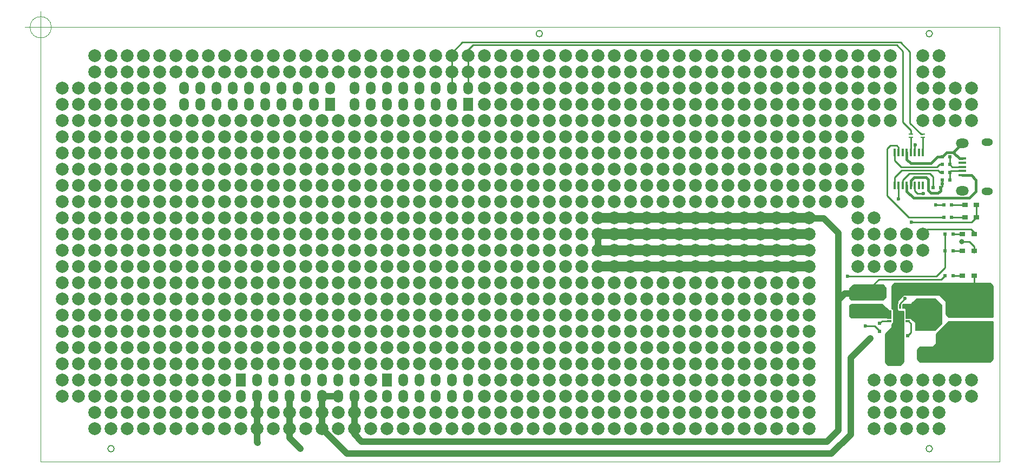
<source format=gtl>
G04 #@! TF.FileFunction,Copper,L1,Top,Signal*
%FSLAX46Y46*%
G04 Gerber Fmt 4.6, Leading zero omitted, Abs format (unit mm)*
G04 Created by KiCad (PCBNEW 4.0.2-stable) date Domenica 28 Maggio 2017 18:35:47*
%MOMM*%
G01*
G04 APERTURE LIST*
%ADD10C,0.100000*%
%ADD11C,0.150000*%
%ADD12C,2.000000*%
%ADD13R,1.700000X1.600000*%
%ADD14R,0.600000X0.500000*%
%ADD15R,0.500000X0.600000*%
%ADD16R,1.300000X0.450000*%
%ADD17O,2.000000X1.450000*%
%ADD18O,1.800000X1.150000*%
%ADD19R,2.700000X2.200000*%
%ADD20O,2.700000X2.200000*%
%ADD21R,0.900000X0.800000*%
%ADD22R,0.900000X1.700000*%
%ADD23R,1.700000X0.900000*%
%ADD24O,1.524000X2.000000*%
%ADD25R,1.524000X2.000000*%
%ADD26R,0.400000X1.200000*%
%ADD27R,1.800000X1.300000*%
%ADD28R,0.750000X0.250000*%
%ADD29R,0.750000X0.300000*%
%ADD30R,0.300000X0.750000*%
%ADD31R,1.700000X1.700000*%
%ADD32C,0.500000*%
%ADD33C,0.800000*%
%ADD34C,0.600000*%
%ADD35C,1.000000*%
%ADD36C,1.000000*%
%ADD37C,1.500000*%
%ADD38C,0.250000*%
%ADD39C,0.400000*%
%ADD40C,0.254000*%
G04 APERTURE END LIST*
D10*
X51666666Y-54000000D02*
G75*
G03X51666666Y-54000000I-1666666J0D01*
G01*
X47500000Y-54000000D02*
X52500000Y-54000000D01*
X50000000Y-51500000D02*
X50000000Y-56500000D01*
X50000000Y-54000000D02*
X200000000Y-54000000D01*
X50000000Y-122000000D02*
X50000000Y-54000000D01*
X200000000Y-122000000D02*
X50000000Y-122000000D01*
X200000000Y-54000000D02*
X200000000Y-122000000D01*
D11*
X61500000Y-120000000D02*
G75*
G03X61500000Y-120000000I-500000J0D01*
G01*
X128500000Y-55000000D02*
G75*
G03X128500000Y-55000000I-500000J0D01*
G01*
X189500000Y-120000000D02*
G75*
G03X189500000Y-120000000I-500000J0D01*
G01*
X189500000Y-55000000D02*
G75*
G03X189500000Y-55000000I-500000J0D01*
G01*
D12*
X53340000Y-106680000D03*
X53340000Y-104140000D03*
X53340000Y-101600000D03*
X53340000Y-111760000D03*
X53340000Y-109220000D03*
X53340000Y-99060000D03*
X53340000Y-93980000D03*
X53340000Y-96520000D03*
X55880000Y-104140000D03*
X55880000Y-106680000D03*
X55880000Y-93980000D03*
X55880000Y-99060000D03*
X55880000Y-96520000D03*
X55880000Y-101600000D03*
X55880000Y-109220000D03*
X55880000Y-111760000D03*
X53340000Y-88900000D03*
X53340000Y-91440000D03*
X53340000Y-81280000D03*
X53340000Y-78740000D03*
X53340000Y-76200000D03*
X53340000Y-86360000D03*
X53340000Y-83820000D03*
X53340000Y-73660000D03*
X53340000Y-68580000D03*
X53340000Y-71120000D03*
X55880000Y-78740000D03*
X55880000Y-81280000D03*
X55880000Y-68580000D03*
X55880000Y-73660000D03*
X55880000Y-71120000D03*
X55880000Y-76200000D03*
X55880000Y-88900000D03*
X55880000Y-83820000D03*
X55880000Y-86360000D03*
X55880000Y-91440000D03*
X53340000Y-66040000D03*
X55880000Y-66040000D03*
X63500000Y-66040000D03*
X60960000Y-60960000D03*
X58420000Y-63500000D03*
X63500000Y-60960000D03*
X60960000Y-63500000D03*
X63500000Y-63500000D03*
X53340000Y-63500000D03*
X55880000Y-63500000D03*
X58420000Y-58420000D03*
X58420000Y-60960000D03*
X58420000Y-66040000D03*
X60960000Y-66040000D03*
X63500000Y-58420000D03*
X60960000Y-58420000D03*
X68580000Y-63500000D03*
X68580000Y-60960000D03*
X68580000Y-66040000D03*
X66040000Y-66040000D03*
X66040000Y-63500000D03*
X68580000Y-58420000D03*
X66040000Y-60960000D03*
X66040000Y-58420000D03*
X68580000Y-68580000D03*
X60960000Y-68580000D03*
X63500000Y-68580000D03*
X66040000Y-68580000D03*
X60960000Y-78740000D03*
X63500000Y-76200000D03*
X63500000Y-78740000D03*
X66040000Y-76200000D03*
X58420000Y-78740000D03*
X58420000Y-73660000D03*
X58420000Y-76200000D03*
X58420000Y-68580000D03*
X58420000Y-71120000D03*
X60960000Y-71120000D03*
X63500000Y-71120000D03*
X66040000Y-71120000D03*
X66040000Y-73660000D03*
X63500000Y-73660000D03*
X68580000Y-76200000D03*
X68580000Y-73660000D03*
X68580000Y-71120000D03*
X68580000Y-78740000D03*
X66040000Y-81280000D03*
X66040000Y-78740000D03*
X60960000Y-76200000D03*
X60960000Y-73660000D03*
X58420000Y-83820000D03*
X60960000Y-83820000D03*
X68580000Y-81280000D03*
X68580000Y-83820000D03*
X60960000Y-81280000D03*
X58420000Y-81280000D03*
X63500000Y-81280000D03*
X66040000Y-83820000D03*
X63500000Y-83820000D03*
X60960000Y-86360000D03*
X58420000Y-86360000D03*
X58420000Y-88900000D03*
X58420000Y-91440000D03*
X60960000Y-91440000D03*
X63500000Y-86360000D03*
X60960000Y-88900000D03*
X63500000Y-88900000D03*
X63500000Y-91440000D03*
X66040000Y-86360000D03*
X68580000Y-88900000D03*
X66040000Y-91440000D03*
X66040000Y-88900000D03*
X68580000Y-86360000D03*
X68580000Y-91440000D03*
X68580000Y-93980000D03*
X60960000Y-93980000D03*
X63500000Y-93980000D03*
X66040000Y-93980000D03*
X60960000Y-104140000D03*
X63500000Y-101600000D03*
X63500000Y-104140000D03*
X66040000Y-101600000D03*
X58420000Y-104140000D03*
X58420000Y-99060000D03*
X58420000Y-101600000D03*
X58420000Y-93980000D03*
X58420000Y-96520000D03*
X60960000Y-96520000D03*
X63500000Y-96520000D03*
X66040000Y-96520000D03*
X66040000Y-99060000D03*
X63500000Y-99060000D03*
X68580000Y-101600000D03*
X68580000Y-99060000D03*
X68580000Y-96520000D03*
X68580000Y-104140000D03*
X66040000Y-106680000D03*
X66040000Y-104140000D03*
X60960000Y-101600000D03*
X60960000Y-99060000D03*
X58420000Y-109220000D03*
X60960000Y-109220000D03*
X68580000Y-106680000D03*
X68580000Y-109220000D03*
X60960000Y-106680000D03*
X58420000Y-106680000D03*
X63500000Y-106680000D03*
X66040000Y-109220000D03*
X63500000Y-109220000D03*
X60960000Y-111760000D03*
X58420000Y-111760000D03*
X58420000Y-114300000D03*
X58420000Y-116840000D03*
X60960000Y-116840000D03*
X63500000Y-111760000D03*
X60960000Y-114300000D03*
X63500000Y-114300000D03*
X63500000Y-116840000D03*
X66040000Y-111760000D03*
X68580000Y-114300000D03*
X66040000Y-116840000D03*
X66040000Y-114300000D03*
X68580000Y-111760000D03*
X68580000Y-116840000D03*
X180340000Y-91440000D03*
X182880000Y-91440000D03*
X185420000Y-91440000D03*
X177800000Y-91440000D03*
X193040000Y-63500000D03*
X195580000Y-68580000D03*
X193040000Y-66040000D03*
X195580000Y-66040000D03*
X193040000Y-68580000D03*
X195580000Y-63500000D03*
X187960000Y-58420000D03*
X190500000Y-58420000D03*
X187960000Y-60960000D03*
X190500000Y-60960000D03*
X187960000Y-63500000D03*
X190500000Y-68580000D03*
X187960000Y-66040000D03*
X190500000Y-66040000D03*
X187960000Y-68580000D03*
X190500000Y-63500000D03*
X180340000Y-60960000D03*
X180340000Y-63500000D03*
X182880000Y-63500000D03*
X182880000Y-58420000D03*
X180340000Y-58420000D03*
X182880000Y-60960000D03*
X180340000Y-66040000D03*
X182880000Y-68580000D03*
X182880000Y-66040000D03*
X180340000Y-68580000D03*
X172720000Y-58420000D03*
X172720000Y-60960000D03*
X177800000Y-58420000D03*
X175260000Y-60960000D03*
X177800000Y-60960000D03*
X175260000Y-58420000D03*
X175260000Y-63500000D03*
X172720000Y-63500000D03*
X177800000Y-63500000D03*
X175260000Y-66040000D03*
X177800000Y-68580000D03*
X175260000Y-68580000D03*
X177800000Y-66040000D03*
X172720000Y-66040000D03*
X177800000Y-71120000D03*
X172720000Y-71120000D03*
X172720000Y-68580000D03*
X175260000Y-71120000D03*
X177800000Y-73660000D03*
X175260000Y-76200000D03*
X172720000Y-76200000D03*
X172720000Y-73660000D03*
X175260000Y-73660000D03*
X177800000Y-76200000D03*
X177800000Y-78740000D03*
X175260000Y-78740000D03*
X172720000Y-78740000D03*
X177800000Y-81280000D03*
X185420000Y-86360000D03*
X185420000Y-88900000D03*
X177800000Y-86360000D03*
X175260000Y-81280000D03*
X182880000Y-88900000D03*
X180340000Y-83820000D03*
X180340000Y-86360000D03*
X177800000Y-88900000D03*
X177800000Y-83820000D03*
X180340000Y-88900000D03*
X182880000Y-86360000D03*
X172720000Y-81280000D03*
X190500000Y-114300000D03*
X187960000Y-116840000D03*
X190500000Y-116840000D03*
X185420000Y-116840000D03*
X182880000Y-114300000D03*
X182880000Y-109220000D03*
X180340000Y-116840000D03*
X180340000Y-114300000D03*
X180340000Y-111760000D03*
X182880000Y-116840000D03*
X180340000Y-109220000D03*
X182880000Y-111760000D03*
X185420000Y-114300000D03*
X187960000Y-111760000D03*
X185420000Y-111760000D03*
X190500000Y-111760000D03*
X187960000Y-114300000D03*
X185420000Y-109220000D03*
X187960000Y-109220000D03*
X190500000Y-109220000D03*
X195580000Y-111760000D03*
X193040000Y-111760000D03*
X195580000Y-109220000D03*
X193040000Y-109220000D03*
X132080000Y-109220000D03*
X127000000Y-114300000D03*
X127000000Y-111760000D03*
X127000000Y-109220000D03*
X129540000Y-109220000D03*
X134620000Y-116840000D03*
X127000000Y-116840000D03*
X134620000Y-114300000D03*
X134620000Y-111760000D03*
X134620000Y-109220000D03*
X121920000Y-116840000D03*
X119380000Y-116840000D03*
X124460000Y-116840000D03*
X124460000Y-114300000D03*
X119380000Y-114300000D03*
X121920000Y-114300000D03*
X132080000Y-111760000D03*
X129540000Y-111760000D03*
X129540000Y-116840000D03*
X132080000Y-114300000D03*
X132080000Y-116840000D03*
X129540000Y-114300000D03*
X162560000Y-109220000D03*
X162560000Y-111760000D03*
X165100000Y-109220000D03*
X165100000Y-111760000D03*
X157480000Y-109220000D03*
X160020000Y-109220000D03*
X154940000Y-109220000D03*
X157480000Y-116840000D03*
X157480000Y-111760000D03*
X152400000Y-116840000D03*
X152400000Y-114300000D03*
X154940000Y-111760000D03*
X154940000Y-114300000D03*
X154940000Y-116840000D03*
X157480000Y-114300000D03*
X165100000Y-116840000D03*
X165100000Y-114300000D03*
X160020000Y-111760000D03*
X162560000Y-114300000D03*
X162560000Y-116840000D03*
X160020000Y-114300000D03*
X160020000Y-116840000D03*
X149860000Y-116840000D03*
X147320000Y-116840000D03*
X149860000Y-114300000D03*
X144780000Y-114300000D03*
X144780000Y-116840000D03*
X147320000Y-114300000D03*
X147320000Y-111760000D03*
X142240000Y-116840000D03*
X142240000Y-114300000D03*
X142240000Y-111760000D03*
X144780000Y-111760000D03*
X139700000Y-116840000D03*
X137160000Y-111760000D03*
X137160000Y-114300000D03*
X137160000Y-116840000D03*
X139700000Y-111760000D03*
X139700000Y-114300000D03*
X149860000Y-111760000D03*
X152400000Y-111760000D03*
X152400000Y-109220000D03*
X149860000Y-109220000D03*
X137160000Y-109220000D03*
X147320000Y-109220000D03*
X139700000Y-109220000D03*
X142240000Y-109220000D03*
X144780000Y-109220000D03*
X119380000Y-109220000D03*
X119380000Y-111760000D03*
X121920000Y-111760000D03*
X124460000Y-111760000D03*
X124460000Y-109220000D03*
X121920000Y-109220000D03*
X167640000Y-116840000D03*
X170180000Y-111760000D03*
X170180000Y-114300000D03*
X170180000Y-116840000D03*
X167640000Y-111760000D03*
X167640000Y-114300000D03*
X167640000Y-109220000D03*
X170180000Y-109220000D03*
X132080000Y-66040000D03*
X160020000Y-60960000D03*
X160020000Y-63500000D03*
X162560000Y-60960000D03*
X162560000Y-63500000D03*
X160020000Y-58420000D03*
X154940000Y-66040000D03*
X152400000Y-66040000D03*
X152400000Y-63500000D03*
X154940000Y-63500000D03*
X157480000Y-63500000D03*
X157480000Y-60960000D03*
X157480000Y-58420000D03*
X152400000Y-60960000D03*
X152400000Y-58420000D03*
X154940000Y-58420000D03*
X154940000Y-60960000D03*
X165100000Y-66040000D03*
X165100000Y-63500000D03*
X165100000Y-60960000D03*
X165100000Y-58420000D03*
X162560000Y-58420000D03*
X162560000Y-66040000D03*
X160020000Y-66040000D03*
X157480000Y-66040000D03*
X147320000Y-66040000D03*
X149860000Y-66040000D03*
X142240000Y-66040000D03*
X144780000Y-66040000D03*
X142240000Y-63500000D03*
X142240000Y-60960000D03*
X142240000Y-58420000D03*
X144780000Y-58420000D03*
X144780000Y-60960000D03*
X144780000Y-63500000D03*
X137160000Y-66040000D03*
X139700000Y-66040000D03*
X139700000Y-63500000D03*
X139700000Y-58420000D03*
X137160000Y-58420000D03*
X137160000Y-60960000D03*
X137160000Y-63500000D03*
X139700000Y-60960000D03*
X149860000Y-63500000D03*
X149860000Y-58420000D03*
X147320000Y-58420000D03*
X147320000Y-60960000D03*
X147320000Y-63500000D03*
X149860000Y-60960000D03*
X134620000Y-66040000D03*
X121920000Y-60960000D03*
X119380000Y-58420000D03*
X119380000Y-60960000D03*
X124460000Y-60960000D03*
X124460000Y-58420000D03*
X121920000Y-58420000D03*
X121920000Y-66040000D03*
X119380000Y-63500000D03*
X119380000Y-66040000D03*
X124460000Y-66040000D03*
X124460000Y-63500000D03*
X121920000Y-63500000D03*
X134620000Y-63500000D03*
X134620000Y-58420000D03*
X132080000Y-58420000D03*
X132080000Y-60960000D03*
X132080000Y-63500000D03*
X134620000Y-60960000D03*
X127000000Y-66040000D03*
X129540000Y-63500000D03*
X129540000Y-66040000D03*
X127000000Y-63500000D03*
X127000000Y-60960000D03*
X127000000Y-58420000D03*
X129540000Y-58420000D03*
X129540000Y-60960000D03*
X167640000Y-63500000D03*
X167640000Y-58420000D03*
X170180000Y-58420000D03*
X170180000Y-60960000D03*
X170180000Y-63500000D03*
X167640000Y-60960000D03*
X167640000Y-66040000D03*
X170180000Y-66040000D03*
X101600000Y-111760000D03*
X101600000Y-109220000D03*
D13*
X188400000Y-105100000D03*
X188400000Y-100700000D03*
D12*
X116840000Y-106680000D03*
X116840000Y-104140000D03*
X116840000Y-101600000D03*
X116840000Y-99060000D03*
X116840000Y-96520000D03*
X116840000Y-93980000D03*
X116840000Y-91440000D03*
X116840000Y-88900000D03*
X116840000Y-86360000D03*
X116840000Y-83820000D03*
X116840000Y-81280000D03*
X116840000Y-78740000D03*
X116840000Y-76200000D03*
X116840000Y-73660000D03*
X116840000Y-71120000D03*
X116840000Y-68580000D03*
D14*
X192700000Y-92900000D03*
X191500000Y-92900000D03*
X191300000Y-83800000D03*
X192500000Y-83800000D03*
X192500000Y-81800000D03*
X191300000Y-81800000D03*
D15*
X181200000Y-101600000D03*
X181200000Y-100400000D03*
D14*
X191500000Y-86400000D03*
X192700000Y-86400000D03*
X192700000Y-89000000D03*
X191500000Y-89000000D03*
X191000000Y-75500000D03*
X192200000Y-75500000D03*
X192200000Y-76700000D03*
X191000000Y-76700000D03*
D16*
X194150000Y-75870000D03*
X194150000Y-76520000D03*
X194150000Y-75220000D03*
X194150000Y-74570000D03*
X194150000Y-77170000D03*
D17*
X194200000Y-72145000D03*
X194200000Y-79595000D03*
D18*
X198025000Y-79745000D03*
X198025000Y-71995000D03*
D19*
X194310000Y-101525000D03*
D20*
X194310000Y-97715000D03*
D21*
X196400000Y-83800000D03*
X194600000Y-83800000D03*
X196400000Y-81800000D03*
X194600000Y-81800000D03*
X194200000Y-92900000D03*
X196000000Y-92900000D03*
X194200000Y-86400000D03*
X196000000Y-86400000D03*
X194200000Y-89000000D03*
X196000000Y-89000000D03*
D22*
X181100000Y-95600000D03*
X184000000Y-95600000D03*
D14*
X189600000Y-79100000D03*
X190800000Y-79100000D03*
X185600000Y-102300000D03*
X184400000Y-102300000D03*
X192200000Y-74300000D03*
X191000000Y-74300000D03*
D23*
X188200000Y-98200000D03*
X188200000Y-95300000D03*
D14*
X192200000Y-77900000D03*
X191000000Y-77900000D03*
D24*
X116840000Y-111760000D03*
X116840000Y-109220000D03*
X114300000Y-111760000D03*
X114300000Y-109220000D03*
X111760000Y-111760000D03*
X111760000Y-109220000D03*
X109220000Y-111760000D03*
X109220000Y-109220000D03*
X106680000Y-111760000D03*
X106680000Y-109220000D03*
X104140000Y-111760000D03*
D25*
X104140000Y-109220000D03*
D24*
X99060000Y-111760000D03*
X99060000Y-109220000D03*
X96520000Y-111760000D03*
X96520000Y-109220000D03*
X93980000Y-111760000D03*
X93980000Y-109220000D03*
X91440000Y-111760000D03*
X91440000Y-109220000D03*
X88900000Y-111760000D03*
X88900000Y-109220000D03*
X86360000Y-111760000D03*
X86360000Y-109220000D03*
X83820000Y-111760000D03*
X83820000Y-109220000D03*
X81280000Y-111760000D03*
D25*
X81280000Y-109220000D03*
D24*
X116840000Y-63500000D03*
D25*
X116840000Y-66040000D03*
D24*
X114300000Y-63500000D03*
X114300000Y-66040000D03*
X111760000Y-63500000D03*
X111760000Y-66040000D03*
X109220000Y-63500000D03*
X109220000Y-66040000D03*
X106680000Y-63500000D03*
X106680000Y-66040000D03*
X104140000Y-63500000D03*
X104140000Y-66040000D03*
X101600000Y-63500000D03*
X101600000Y-66040000D03*
X99060000Y-63500000D03*
X99060000Y-66040000D03*
D25*
X95250000Y-66040000D03*
D24*
X95250000Y-63500000D03*
X92710000Y-66040000D03*
X92710000Y-63500000D03*
X90170000Y-66040000D03*
X90170000Y-63500000D03*
X87630000Y-66040000D03*
X87630000Y-63500000D03*
X85090000Y-66040000D03*
X85090000Y-63500000D03*
X82550000Y-66040000D03*
X82550000Y-63500000D03*
X80010000Y-66040000D03*
X80010000Y-63500000D03*
X77470000Y-66040000D03*
X77470000Y-63500000D03*
X74930000Y-66040000D03*
X74930000Y-63500000D03*
X72390000Y-66040000D03*
X72390000Y-63500000D03*
D12*
X114300000Y-68580000D03*
X114300000Y-71120000D03*
X114300000Y-73660000D03*
X114300000Y-76200000D03*
X114300000Y-78740000D03*
X114300000Y-81280000D03*
X114300000Y-83820000D03*
X114300000Y-86360000D03*
X114300000Y-88900000D03*
X114300000Y-91440000D03*
X114300000Y-93980000D03*
X114300000Y-96520000D03*
X114300000Y-99060000D03*
X114300000Y-101600000D03*
X114300000Y-104140000D03*
X114300000Y-106680000D03*
X109220000Y-106680000D03*
X109220000Y-104140000D03*
X109220000Y-101600000D03*
X109220000Y-99060000D03*
X109220000Y-96520000D03*
X109220000Y-93980000D03*
X109220000Y-91440000D03*
X109220000Y-88900000D03*
X109220000Y-86360000D03*
X109220000Y-83820000D03*
X109220000Y-81280000D03*
X109220000Y-78740000D03*
X109220000Y-76200000D03*
X109220000Y-73660000D03*
X109220000Y-71120000D03*
X109220000Y-68580000D03*
X111760000Y-68580000D03*
X111760000Y-71120000D03*
X111760000Y-73660000D03*
X111760000Y-76200000D03*
X111760000Y-78740000D03*
X111760000Y-81280000D03*
X111760000Y-83820000D03*
X111760000Y-86360000D03*
X111760000Y-88900000D03*
X111760000Y-91440000D03*
X111760000Y-93980000D03*
X111760000Y-96520000D03*
X111760000Y-99060000D03*
X111760000Y-101600000D03*
X111760000Y-104140000D03*
X111760000Y-106680000D03*
X101600000Y-106680000D03*
X101600000Y-104140000D03*
X101600000Y-101600000D03*
X101600000Y-99060000D03*
X101600000Y-96520000D03*
X101600000Y-93980000D03*
X101600000Y-91440000D03*
X101600000Y-88900000D03*
X101600000Y-86360000D03*
X101600000Y-83820000D03*
X101600000Y-81280000D03*
X101600000Y-78740000D03*
X101600000Y-76200000D03*
X101600000Y-73660000D03*
X101600000Y-71120000D03*
X101600000Y-68580000D03*
X99060000Y-68580000D03*
X99060000Y-71120000D03*
X99060000Y-73660000D03*
X99060000Y-76200000D03*
X99060000Y-78740000D03*
X99060000Y-81280000D03*
X99060000Y-83820000D03*
X99060000Y-86360000D03*
X99060000Y-88900000D03*
X99060000Y-91440000D03*
X99060000Y-93980000D03*
X99060000Y-96520000D03*
X99060000Y-99060000D03*
X99060000Y-101600000D03*
X99060000Y-104140000D03*
X99060000Y-106680000D03*
X104140000Y-106680000D03*
X104140000Y-104140000D03*
X104140000Y-101600000D03*
X104140000Y-99060000D03*
X104140000Y-96520000D03*
X104140000Y-93980000D03*
X104140000Y-91440000D03*
X104140000Y-88900000D03*
X104140000Y-86360000D03*
X104140000Y-83820000D03*
X104140000Y-81280000D03*
X104140000Y-78740000D03*
X104140000Y-76200000D03*
X104140000Y-73660000D03*
X104140000Y-71120000D03*
X104140000Y-68580000D03*
X106680000Y-68580000D03*
X106680000Y-71120000D03*
X106680000Y-73660000D03*
X106680000Y-76200000D03*
X106680000Y-78740000D03*
X106680000Y-81280000D03*
X106680000Y-83820000D03*
X106680000Y-86360000D03*
X106680000Y-88900000D03*
X106680000Y-91440000D03*
X106680000Y-93980000D03*
X106680000Y-96520000D03*
X106680000Y-99060000D03*
X106680000Y-101600000D03*
X106680000Y-104140000D03*
X106680000Y-106680000D03*
X86360000Y-106680000D03*
X86360000Y-104140000D03*
X86360000Y-101600000D03*
X86360000Y-99060000D03*
X86360000Y-96520000D03*
X86360000Y-93980000D03*
X86360000Y-91440000D03*
X86360000Y-88900000D03*
X86360000Y-86360000D03*
X86360000Y-83820000D03*
X86360000Y-81280000D03*
X86360000Y-78740000D03*
X86360000Y-76200000D03*
X86360000Y-73660000D03*
X86360000Y-71120000D03*
X86360000Y-68580000D03*
X83820000Y-68580000D03*
X83820000Y-71120000D03*
X83820000Y-73660000D03*
X83820000Y-76200000D03*
X83820000Y-78740000D03*
X83820000Y-81280000D03*
X83820000Y-83820000D03*
X83820000Y-86360000D03*
X83820000Y-88900000D03*
X83820000Y-91440000D03*
X83820000Y-93980000D03*
X83820000Y-96520000D03*
X83820000Y-99060000D03*
X83820000Y-101600000D03*
X83820000Y-104140000D03*
X83820000Y-106680000D03*
X78740000Y-106680000D03*
X78740000Y-104140000D03*
X78740000Y-101600000D03*
X78740000Y-99060000D03*
X78740000Y-96520000D03*
X78740000Y-93980000D03*
X78740000Y-91440000D03*
X78740000Y-88900000D03*
X78740000Y-86360000D03*
X78740000Y-83820000D03*
X78740000Y-81280000D03*
X78740000Y-78740000D03*
X78740000Y-76200000D03*
X78740000Y-73660000D03*
X78740000Y-71120000D03*
X78740000Y-68580000D03*
X81280000Y-68580000D03*
X81280000Y-71120000D03*
X81280000Y-73660000D03*
X81280000Y-76200000D03*
X81280000Y-78740000D03*
X81280000Y-81280000D03*
X81280000Y-83820000D03*
X81280000Y-86360000D03*
X81280000Y-88900000D03*
X81280000Y-91440000D03*
X81280000Y-93980000D03*
X81280000Y-96520000D03*
X81280000Y-99060000D03*
X81280000Y-101600000D03*
X81280000Y-104140000D03*
X81280000Y-106680000D03*
X91440000Y-106680000D03*
X91440000Y-104140000D03*
X91440000Y-101600000D03*
X91440000Y-99060000D03*
X91440000Y-96520000D03*
X91440000Y-93980000D03*
X91440000Y-91440000D03*
X91440000Y-88900000D03*
X91440000Y-86360000D03*
X91440000Y-83820000D03*
X91440000Y-81280000D03*
X91440000Y-78740000D03*
X91440000Y-76200000D03*
X91440000Y-73660000D03*
X91440000Y-71120000D03*
X91440000Y-68580000D03*
X88900000Y-68580000D03*
X88900000Y-71120000D03*
X88900000Y-73660000D03*
X88900000Y-76200000D03*
X88900000Y-78740000D03*
X88900000Y-81280000D03*
X88900000Y-83820000D03*
X88900000Y-86360000D03*
X88900000Y-88900000D03*
X88900000Y-91440000D03*
X88900000Y-93980000D03*
X88900000Y-96520000D03*
X88900000Y-99060000D03*
X88900000Y-101600000D03*
X88900000Y-104140000D03*
X88900000Y-106680000D03*
X93980000Y-106680000D03*
X93980000Y-104140000D03*
X93980000Y-101600000D03*
X93980000Y-99060000D03*
X93980000Y-96520000D03*
X93980000Y-93980000D03*
X93980000Y-91440000D03*
X93980000Y-88900000D03*
X93980000Y-86360000D03*
X93980000Y-83820000D03*
X93980000Y-81280000D03*
X93980000Y-78740000D03*
X93980000Y-76200000D03*
X93980000Y-73660000D03*
X93980000Y-71120000D03*
X93980000Y-68580000D03*
X96520000Y-68580000D03*
X96520000Y-71120000D03*
X96520000Y-73660000D03*
X96520000Y-76200000D03*
X96520000Y-78740000D03*
X96520000Y-81280000D03*
X96520000Y-83820000D03*
X96520000Y-86360000D03*
X96520000Y-88900000D03*
X96520000Y-91440000D03*
X96520000Y-93980000D03*
X96520000Y-96520000D03*
X96520000Y-99060000D03*
X96520000Y-101600000D03*
X96520000Y-104140000D03*
X96520000Y-106680000D03*
X73660000Y-106680000D03*
X73660000Y-104140000D03*
X73660000Y-101600000D03*
X73660000Y-99060000D03*
X73660000Y-96520000D03*
X73660000Y-93980000D03*
X73660000Y-91440000D03*
X73660000Y-88900000D03*
X73660000Y-86360000D03*
X73660000Y-83820000D03*
X73660000Y-81280000D03*
X73660000Y-78740000D03*
X73660000Y-76200000D03*
X73660000Y-73660000D03*
X73660000Y-71120000D03*
X73660000Y-68580000D03*
X71120000Y-68580000D03*
X71120000Y-71120000D03*
X71120000Y-73660000D03*
X71120000Y-76200000D03*
X71120000Y-78740000D03*
X71120000Y-81280000D03*
X71120000Y-83820000D03*
X71120000Y-86360000D03*
X71120000Y-88900000D03*
X71120000Y-91440000D03*
X71120000Y-93980000D03*
X71120000Y-96520000D03*
X71120000Y-99060000D03*
X71120000Y-101600000D03*
X71120000Y-104140000D03*
X71120000Y-106680000D03*
X76200000Y-106680000D03*
X76200000Y-104140000D03*
X76200000Y-101600000D03*
X76200000Y-99060000D03*
X76200000Y-96520000D03*
X76200000Y-93980000D03*
X76200000Y-91440000D03*
X76200000Y-88900000D03*
X76200000Y-86360000D03*
X76200000Y-83820000D03*
X76200000Y-81280000D03*
X76200000Y-78740000D03*
X76200000Y-76200000D03*
X76200000Y-73660000D03*
X76200000Y-71120000D03*
X76200000Y-68580000D03*
X76200000Y-109220000D03*
X76200000Y-111760000D03*
X76200000Y-114300000D03*
X76200000Y-116840000D03*
X71120000Y-116840000D03*
X71120000Y-114300000D03*
X71120000Y-111760000D03*
X71120000Y-109220000D03*
X73660000Y-109220000D03*
X73660000Y-111760000D03*
X73660000Y-114300000D03*
X73660000Y-116840000D03*
X78740000Y-109220000D03*
X78740000Y-111760000D03*
X78740000Y-114300000D03*
X78740000Y-116840000D03*
X96520000Y-116840000D03*
X96520000Y-114300000D03*
X93980000Y-114300000D03*
X93980000Y-116840000D03*
X88900000Y-116840000D03*
X88900000Y-114300000D03*
X91440000Y-114300000D03*
X91440000Y-116840000D03*
X81280000Y-116840000D03*
X81280000Y-114300000D03*
X83820000Y-116840000D03*
X83820000Y-114300000D03*
X86360000Y-114300000D03*
X86360000Y-116840000D03*
X106680000Y-116840000D03*
X106680000Y-114300000D03*
X104140000Y-114300000D03*
X104140000Y-116840000D03*
X99060000Y-116840000D03*
X99060000Y-114300000D03*
X101600000Y-114300000D03*
X101600000Y-116840000D03*
X111760000Y-116840000D03*
X111760000Y-114300000D03*
X109220000Y-114300000D03*
X109220000Y-116840000D03*
X114300000Y-116840000D03*
X114300000Y-114300000D03*
X116840000Y-114300000D03*
X116840000Y-116840000D03*
X124460000Y-68580000D03*
X124460000Y-71120000D03*
X124460000Y-73660000D03*
X124460000Y-76200000D03*
X124460000Y-78740000D03*
X124460000Y-81280000D03*
X124460000Y-83820000D03*
X124460000Y-86360000D03*
X124460000Y-88900000D03*
X124460000Y-91440000D03*
X124460000Y-93980000D03*
X124460000Y-96520000D03*
X124460000Y-99060000D03*
X124460000Y-101600000D03*
X124460000Y-104140000D03*
X124460000Y-106680000D03*
X119380000Y-106680000D03*
X119380000Y-104140000D03*
X119380000Y-101600000D03*
X119380000Y-99060000D03*
X119380000Y-96520000D03*
X119380000Y-93980000D03*
X119380000Y-91440000D03*
X119380000Y-88900000D03*
X119380000Y-86360000D03*
X119380000Y-83820000D03*
X119380000Y-81280000D03*
X119380000Y-78740000D03*
X119380000Y-76200000D03*
X119380000Y-73660000D03*
X119380000Y-71120000D03*
X119380000Y-68580000D03*
X121920000Y-68580000D03*
X121920000Y-71120000D03*
X121920000Y-73660000D03*
X121920000Y-76200000D03*
X121920000Y-78740000D03*
X121920000Y-81280000D03*
X121920000Y-83820000D03*
X121920000Y-86360000D03*
X121920000Y-88900000D03*
X121920000Y-91440000D03*
X121920000Y-93980000D03*
X121920000Y-96520000D03*
X121920000Y-99060000D03*
X121920000Y-101600000D03*
X121920000Y-104140000D03*
X121920000Y-106680000D03*
X144780000Y-106680000D03*
X144780000Y-104140000D03*
X144780000Y-101600000D03*
X144780000Y-99060000D03*
X144780000Y-96520000D03*
X144780000Y-93980000D03*
X144780000Y-91440000D03*
X144780000Y-88900000D03*
X144780000Y-86360000D03*
X144780000Y-83820000D03*
X144780000Y-81280000D03*
X144780000Y-78740000D03*
X144780000Y-76200000D03*
X144780000Y-73660000D03*
X144780000Y-71120000D03*
X144780000Y-68580000D03*
X142240000Y-68580000D03*
X142240000Y-71120000D03*
X142240000Y-73660000D03*
X142240000Y-76200000D03*
X142240000Y-78740000D03*
X142240000Y-81280000D03*
X142240000Y-83820000D03*
X142240000Y-86360000D03*
X142240000Y-88900000D03*
X142240000Y-91440000D03*
X142240000Y-93980000D03*
X142240000Y-96520000D03*
X142240000Y-99060000D03*
X142240000Y-101600000D03*
X142240000Y-104140000D03*
X142240000Y-106680000D03*
X137160000Y-106680000D03*
X137160000Y-104140000D03*
X137160000Y-101600000D03*
X137160000Y-99060000D03*
X137160000Y-96520000D03*
X137160000Y-93980000D03*
X137160000Y-91440000D03*
X137160000Y-88900000D03*
X137160000Y-86360000D03*
X137160000Y-83820000D03*
X137160000Y-81280000D03*
X137160000Y-78740000D03*
X137160000Y-76200000D03*
X137160000Y-73660000D03*
X137160000Y-71120000D03*
X137160000Y-68580000D03*
X139700000Y-68580000D03*
X139700000Y-71120000D03*
X139700000Y-73660000D03*
X139700000Y-76200000D03*
X139700000Y-78740000D03*
X139700000Y-81280000D03*
X139700000Y-83820000D03*
X139700000Y-86360000D03*
X139700000Y-88900000D03*
X139700000Y-91440000D03*
X139700000Y-93980000D03*
X139700000Y-96520000D03*
X139700000Y-99060000D03*
X139700000Y-101600000D03*
X139700000Y-104140000D03*
X139700000Y-106680000D03*
X129540000Y-106680000D03*
X129540000Y-104140000D03*
X129540000Y-101600000D03*
X129540000Y-99060000D03*
X129540000Y-96520000D03*
X129540000Y-93980000D03*
X129540000Y-91440000D03*
X129540000Y-88900000D03*
X129540000Y-86360000D03*
X129540000Y-83820000D03*
X129540000Y-81280000D03*
X129540000Y-78740000D03*
X129540000Y-76200000D03*
X129540000Y-73660000D03*
X129540000Y-71120000D03*
X129540000Y-68580000D03*
X127000000Y-68580000D03*
X127000000Y-71120000D03*
X127000000Y-73660000D03*
X127000000Y-76200000D03*
X127000000Y-78740000D03*
X127000000Y-81280000D03*
X127000000Y-83820000D03*
X127000000Y-86360000D03*
X127000000Y-88900000D03*
X127000000Y-91440000D03*
X127000000Y-93980000D03*
X127000000Y-96520000D03*
X127000000Y-99060000D03*
X127000000Y-101600000D03*
X127000000Y-104140000D03*
X127000000Y-106680000D03*
X132080000Y-106680000D03*
X132080000Y-104140000D03*
X132080000Y-101600000D03*
X132080000Y-99060000D03*
X132080000Y-96520000D03*
X132080000Y-93980000D03*
X132080000Y-91440000D03*
X132080000Y-88900000D03*
X132080000Y-86360000D03*
X132080000Y-83820000D03*
X132080000Y-81280000D03*
X132080000Y-78740000D03*
X132080000Y-76200000D03*
X132080000Y-73660000D03*
X132080000Y-71120000D03*
X132080000Y-68580000D03*
X134620000Y-68580000D03*
X134620000Y-71120000D03*
X134620000Y-73660000D03*
X134620000Y-76200000D03*
X134620000Y-78740000D03*
X134620000Y-81280000D03*
X134620000Y-83820000D03*
X134620000Y-86360000D03*
X134620000Y-88900000D03*
X134620000Y-91440000D03*
X134620000Y-93980000D03*
X134620000Y-96520000D03*
X134620000Y-99060000D03*
X134620000Y-101600000D03*
X134620000Y-104140000D03*
X134620000Y-106680000D03*
X154940000Y-106680000D03*
X154940000Y-104140000D03*
X154940000Y-101600000D03*
X154940000Y-99060000D03*
X154940000Y-96520000D03*
X154940000Y-93980000D03*
X154940000Y-91440000D03*
X154940000Y-88900000D03*
X154940000Y-86360000D03*
X154940000Y-83820000D03*
X154940000Y-81280000D03*
X154940000Y-78740000D03*
X154940000Y-76200000D03*
X154940000Y-73660000D03*
X154940000Y-71120000D03*
X154940000Y-68580000D03*
X152400000Y-68580000D03*
X152400000Y-71120000D03*
X152400000Y-73660000D03*
X152400000Y-76200000D03*
X152400000Y-78740000D03*
X152400000Y-81280000D03*
X152400000Y-83820000D03*
X152400000Y-86360000D03*
X152400000Y-88900000D03*
X152400000Y-91440000D03*
X152400000Y-93980000D03*
X152400000Y-96520000D03*
X152400000Y-99060000D03*
X152400000Y-101600000D03*
X152400000Y-104140000D03*
X152400000Y-106680000D03*
X147320000Y-106680000D03*
X147320000Y-104140000D03*
X147320000Y-101600000D03*
X147320000Y-99060000D03*
X147320000Y-96520000D03*
X147320000Y-93980000D03*
X147320000Y-91440000D03*
X147320000Y-88900000D03*
X147320000Y-86360000D03*
X147320000Y-83820000D03*
X147320000Y-81280000D03*
X147320000Y-78740000D03*
X147320000Y-76200000D03*
X147320000Y-73660000D03*
X147320000Y-71120000D03*
X147320000Y-68580000D03*
X149860000Y-68580000D03*
X149860000Y-71120000D03*
X149860000Y-73660000D03*
X149860000Y-76200000D03*
X149860000Y-78740000D03*
X149860000Y-81280000D03*
X149860000Y-83820000D03*
X149860000Y-86360000D03*
X149860000Y-88900000D03*
X149860000Y-91440000D03*
X149860000Y-93980000D03*
X149860000Y-96520000D03*
X149860000Y-99060000D03*
X149860000Y-101600000D03*
X149860000Y-104140000D03*
X149860000Y-106680000D03*
X160020000Y-106680000D03*
X160020000Y-104140000D03*
X160020000Y-101600000D03*
X160020000Y-99060000D03*
X160020000Y-96520000D03*
X160020000Y-93980000D03*
X160020000Y-91440000D03*
X160020000Y-88900000D03*
X160020000Y-86360000D03*
X160020000Y-83820000D03*
X160020000Y-81280000D03*
X160020000Y-78740000D03*
X160020000Y-76200000D03*
X160020000Y-73660000D03*
X160020000Y-71120000D03*
X160020000Y-68580000D03*
X157480000Y-68580000D03*
X157480000Y-71120000D03*
X157480000Y-73660000D03*
X157480000Y-76200000D03*
X157480000Y-78740000D03*
X157480000Y-81280000D03*
X157480000Y-83820000D03*
X157480000Y-86360000D03*
X157480000Y-88900000D03*
X157480000Y-91440000D03*
X157480000Y-93980000D03*
X157480000Y-96520000D03*
X157480000Y-99060000D03*
X157480000Y-101600000D03*
X157480000Y-104140000D03*
X157480000Y-106680000D03*
X162560000Y-106680000D03*
X162560000Y-104140000D03*
X162560000Y-101600000D03*
X162560000Y-99060000D03*
X162560000Y-96520000D03*
X162560000Y-93980000D03*
X162560000Y-91440000D03*
X162560000Y-88900000D03*
X162560000Y-86360000D03*
X162560000Y-83820000D03*
X162560000Y-81280000D03*
X162560000Y-78740000D03*
X162560000Y-76200000D03*
X162560000Y-73660000D03*
X162560000Y-71120000D03*
X162560000Y-68580000D03*
X165100000Y-68580000D03*
X165100000Y-71120000D03*
X165100000Y-73660000D03*
X165100000Y-76200000D03*
X165100000Y-78740000D03*
X165100000Y-81280000D03*
X165100000Y-83820000D03*
X165100000Y-86360000D03*
X165100000Y-88900000D03*
X165100000Y-91440000D03*
X165100000Y-93980000D03*
X165100000Y-96520000D03*
X165100000Y-99060000D03*
X165100000Y-101600000D03*
X165100000Y-104140000D03*
X165100000Y-106680000D03*
X170180000Y-106680000D03*
X170180000Y-104140000D03*
X170180000Y-101600000D03*
X170180000Y-99060000D03*
X170180000Y-96520000D03*
X170180000Y-93980000D03*
X170180000Y-91440000D03*
X170180000Y-88900000D03*
X170180000Y-86360000D03*
X170180000Y-83820000D03*
X170180000Y-81280000D03*
X170180000Y-78740000D03*
X170180000Y-76200000D03*
X170180000Y-73660000D03*
X170180000Y-71120000D03*
X170180000Y-68580000D03*
X167640000Y-68580000D03*
X167640000Y-71120000D03*
X167640000Y-73660000D03*
X167640000Y-76200000D03*
X167640000Y-78740000D03*
X167640000Y-81280000D03*
X167640000Y-83820000D03*
X167640000Y-86360000D03*
X167640000Y-88900000D03*
X167640000Y-91440000D03*
X167640000Y-93980000D03*
X167640000Y-96520000D03*
X167640000Y-99060000D03*
X167640000Y-101600000D03*
X167640000Y-104140000D03*
X167640000Y-106680000D03*
X76200000Y-58420000D03*
X76200000Y-60960000D03*
X71120000Y-60960000D03*
X71120000Y-58420000D03*
X73660000Y-58420000D03*
X73660000Y-60960000D03*
X96520000Y-60960000D03*
X96520000Y-58420000D03*
X93980000Y-58420000D03*
X93980000Y-60960000D03*
X88900000Y-60960000D03*
X88900000Y-58420000D03*
X91440000Y-58420000D03*
X91440000Y-60960000D03*
X81280000Y-60960000D03*
X81280000Y-58420000D03*
X78740000Y-58420000D03*
X78740000Y-60960000D03*
X83820000Y-60960000D03*
X83820000Y-58420000D03*
X86360000Y-58420000D03*
X86360000Y-60960000D03*
X106680000Y-60960000D03*
X106680000Y-58420000D03*
X104140000Y-58420000D03*
X104140000Y-60960000D03*
X99060000Y-60960000D03*
X99060000Y-58420000D03*
X101600000Y-58420000D03*
X101600000Y-60960000D03*
X111760000Y-60960000D03*
X111760000Y-58420000D03*
X109220000Y-58420000D03*
X109220000Y-60960000D03*
X114300000Y-60960000D03*
X114300000Y-58420000D03*
X116840000Y-58420000D03*
X116840000Y-60960000D03*
D26*
X188022500Y-73600000D03*
X187387500Y-73600000D03*
X186752500Y-73600000D03*
X186117500Y-73600000D03*
X185482500Y-73600000D03*
X184847500Y-73600000D03*
X184212500Y-73600000D03*
X183577500Y-73600000D03*
X183577500Y-78800000D03*
X184212500Y-78800000D03*
X184847500Y-78800000D03*
X185482500Y-78800000D03*
X186117500Y-78800000D03*
X186752500Y-78800000D03*
X187387500Y-78800000D03*
X188022500Y-78800000D03*
D27*
X178300000Y-98500000D03*
X178300000Y-95700000D03*
D28*
X188000000Y-71200000D03*
X188000000Y-70700000D03*
X186130000Y-71200000D03*
X186130000Y-70700000D03*
D12*
X187960000Y-88900000D03*
X187960000Y-86360000D03*
D29*
X182700000Y-98500000D03*
X182700000Y-99000000D03*
X182700000Y-99500000D03*
X182700000Y-100000000D03*
D30*
X183425000Y-100725000D03*
X183925000Y-100725000D03*
X184425000Y-100725000D03*
X184925000Y-100725000D03*
D29*
X185650000Y-100000000D03*
X185650000Y-99500000D03*
X185650000Y-99000000D03*
X185650000Y-98500000D03*
D30*
X184925000Y-97775000D03*
X184425000Y-97775000D03*
X183925000Y-97775000D03*
X183425000Y-97775000D03*
D31*
X184175000Y-99250000D03*
D32*
X184175000Y-99250000D03*
X184775000Y-98650000D03*
X183575000Y-99850000D03*
X183575000Y-98650000D03*
X184775000Y-99850000D03*
D33*
X196600000Y-95100000D03*
X194800000Y-95100000D03*
X193000000Y-95100000D03*
X191100000Y-95100000D03*
X184500000Y-105600000D03*
X184500000Y-104500000D03*
X182800000Y-105700000D03*
X182800000Y-104500000D03*
X184500000Y-103300000D03*
X182800000Y-103300000D03*
D34*
X185200000Y-96500000D03*
X179000000Y-100800000D03*
X179900000Y-94700000D03*
D35*
X179800000Y-102700000D03*
D34*
X191000000Y-78500000D03*
X176200000Y-93000000D03*
D35*
X83900000Y-119100000D03*
X90600000Y-120000000D03*
D34*
X184200000Y-80900000D03*
X186225001Y-84525001D03*
X186800000Y-72400000D03*
X190000000Y-81800000D03*
X188100000Y-80020010D03*
D33*
X194100000Y-87600000D03*
D36*
X137160000Y-88900000D02*
X137160000Y-86360000D01*
D37*
X170180000Y-91440000D02*
X137160000Y-91440000D01*
X137160000Y-88900000D02*
X170180000Y-88900000D01*
X170180000Y-86360000D02*
X137160000Y-86360000D01*
D38*
X181100000Y-93500000D02*
X179900000Y-94700000D01*
X181100000Y-93500000D02*
X190900000Y-93500000D01*
X190900000Y-93500000D02*
X191500000Y-92900000D01*
D37*
X170180000Y-83820000D02*
X137160000Y-83820000D01*
X170260000Y-83900000D02*
X170180000Y-83820000D01*
D36*
X172500000Y-83900000D02*
X170260000Y-83900000D01*
X100200000Y-118900000D02*
X173000000Y-118900000D01*
X174800000Y-86200000D02*
X172500000Y-83900000D01*
X174800000Y-96700000D02*
X174800000Y-86200000D01*
X174800000Y-96700000D02*
X175800000Y-95700000D01*
X175800000Y-95700000D02*
X178300000Y-95700000D01*
X174800000Y-117100000D02*
X174800000Y-96700000D01*
X173000000Y-118900000D02*
X174800000Y-117100000D01*
X99060000Y-117760000D02*
X100200000Y-118900000D01*
X99060000Y-111760000D02*
X99060000Y-117760000D01*
D38*
X184425000Y-97275000D02*
X185200000Y-96500000D01*
X184425000Y-97775000D02*
X184425000Y-97275000D01*
X179000000Y-100800000D02*
X180450000Y-100800000D01*
X180450000Y-100800000D02*
X181200000Y-101550000D01*
X181200000Y-101550000D02*
X181200000Y-101600000D01*
D36*
X177400000Y-105100000D02*
X176700000Y-105800000D01*
X178100000Y-104400000D02*
X177400000Y-105100000D01*
X177400000Y-105100000D02*
X179800000Y-102700000D01*
X176700000Y-117800000D02*
X173700000Y-120800000D01*
X176700000Y-105800000D02*
X176700000Y-117800000D01*
X93980000Y-116880000D02*
X93980000Y-111760000D01*
X173700000Y-120800000D02*
X97900000Y-120800000D01*
X97900000Y-120800000D02*
X93980000Y-116880000D01*
D39*
X192820001Y-73649999D02*
X192820001Y-73524999D01*
X192820001Y-73524999D02*
X194200000Y-72145000D01*
X190400000Y-80000000D02*
X190800000Y-79600000D01*
X190800000Y-79600000D02*
X190800000Y-79100000D01*
X189300000Y-80000000D02*
X190400000Y-80000000D01*
X188800000Y-79500000D02*
X189300000Y-80000000D01*
X188800000Y-77800000D02*
X188800000Y-79500000D01*
X188500000Y-77500000D02*
X188800000Y-77800000D01*
X186600000Y-77500000D02*
X188500000Y-77500000D01*
X186117500Y-77982500D02*
X186600000Y-77500000D01*
X186117500Y-78800000D02*
X186117500Y-77982500D01*
X186100000Y-75300000D02*
X189300000Y-75300000D01*
X189300000Y-75300000D02*
X190300000Y-74300000D01*
X185482500Y-74682500D02*
X186100000Y-75300000D01*
X185482500Y-73600000D02*
X185482500Y-74682500D01*
D38*
X191000000Y-78500000D02*
X191000000Y-78900000D01*
X191000000Y-77900000D02*
X191000000Y-78500000D01*
X191000000Y-78900000D02*
X190800000Y-79100000D01*
D36*
X93980000Y-111760000D02*
X96520000Y-111760000D01*
D38*
X196000000Y-92900000D02*
X196000000Y-96025000D01*
X196000000Y-96025000D02*
X194310000Y-97715000D01*
X186117500Y-78800000D02*
X186117500Y-78049998D01*
X186117500Y-78049998D02*
X186367498Y-77800000D01*
D39*
X194150000Y-74570000D02*
X193725000Y-74570000D01*
X193725000Y-74570000D02*
X192820001Y-73665001D01*
X192820001Y-73665001D02*
X192820001Y-73649999D01*
D38*
X193670000Y-74570000D02*
X192860000Y-73689998D01*
D39*
X191700001Y-73649999D02*
X192820001Y-73649999D01*
X192820001Y-73649999D02*
X192860000Y-73689998D01*
X191000000Y-74300000D02*
X191050000Y-74300000D01*
X191050000Y-74300000D02*
X191700001Y-73649999D01*
X190300000Y-74300000D02*
X191000000Y-74300000D01*
D38*
X191000000Y-77900000D02*
X191000000Y-78000000D01*
X194150000Y-74570000D02*
X193670000Y-74570000D01*
X191500000Y-89000000D02*
X191500000Y-86400000D01*
X191500000Y-89700000D02*
X191500000Y-91600000D01*
X191500000Y-89295000D02*
X191500000Y-89700000D01*
X191500000Y-89700000D02*
X191500000Y-89000000D01*
X190100000Y-93000000D02*
X176200000Y-93000000D01*
X191500000Y-91600000D02*
X190100000Y-93000000D01*
D36*
X83900000Y-119100000D02*
X83820000Y-119020000D01*
X83820000Y-119020000D02*
X83820000Y-111760000D01*
X88900000Y-111760000D02*
X88900000Y-118300000D01*
X88900000Y-118300000D02*
X90600000Y-120000000D01*
X88900000Y-111760000D02*
X88900000Y-116800000D01*
D38*
X191500000Y-89295000D02*
X191500000Y-89400000D01*
X194150000Y-76520000D02*
X192380000Y-76520000D01*
X192380000Y-76520000D02*
X192200000Y-76700000D01*
X192200000Y-76700000D02*
X192200000Y-77900000D01*
X192200000Y-75500000D02*
X192200000Y-74300000D01*
X194150000Y-75870000D02*
X192570000Y-75870000D01*
X192570000Y-75870000D02*
X192200000Y-75500000D01*
X189600000Y-79100000D02*
X189600000Y-77400000D01*
X189600000Y-77400000D02*
X189100000Y-76900000D01*
X189100000Y-76900000D02*
X185897500Y-76900000D01*
X185897500Y-76900000D02*
X184847500Y-77950000D01*
X184847500Y-77950000D02*
X184847500Y-78800000D01*
X194200000Y-89000000D02*
X192700000Y-89000000D01*
X192700000Y-86400000D02*
X194200000Y-86400000D01*
X192700000Y-92900000D02*
X194200000Y-92900000D01*
X184200000Y-80900000D02*
X184200000Y-78812500D01*
X184200000Y-78812500D02*
X184212500Y-78800000D01*
X186752500Y-73600000D02*
X186752500Y-72447500D01*
X186752500Y-72447500D02*
X186800000Y-72400000D01*
X186225001Y-84525001D02*
X195624999Y-84525001D01*
X195624999Y-84525001D02*
X196350000Y-83800000D01*
X196350000Y-83800000D02*
X196400000Y-83800000D01*
X196350000Y-81800000D02*
X196400000Y-81800000D01*
X196400000Y-83800000D02*
X196400000Y-81800000D01*
X194600000Y-81800000D02*
X192500000Y-81800000D01*
X194600000Y-83800000D02*
X192500000Y-83800000D01*
D39*
X185482500Y-79382500D02*
X185482500Y-79685002D01*
X185482500Y-79685002D02*
X186517508Y-80720010D01*
X186517508Y-80720010D02*
X195279990Y-80720010D01*
X195279990Y-80720010D02*
X196300000Y-79700000D01*
X196300000Y-79700000D02*
X196300000Y-77900000D01*
X196300000Y-77900000D02*
X195570000Y-77170000D01*
X195570000Y-77170000D02*
X194150000Y-77170000D01*
X185482500Y-79382500D02*
X185482500Y-79542524D01*
X185482500Y-78800000D02*
X185482500Y-79382500D01*
D38*
X191000000Y-76700000D02*
X190700000Y-76700000D01*
X184700000Y-76400000D02*
X190400000Y-76400000D01*
X190400000Y-76400000D02*
X190700000Y-76700000D01*
X183577500Y-77522500D02*
X184700000Y-76400000D01*
X183577500Y-78800000D02*
X183577500Y-77522500D01*
X191000000Y-75500000D02*
X190600000Y-75500000D01*
X184600000Y-75900000D02*
X190200000Y-75900000D01*
X190200000Y-75900000D02*
X190600000Y-75500000D01*
X183577500Y-74877500D02*
X184600000Y-75900000D01*
X183577500Y-73600000D02*
X183577500Y-74877500D01*
X190000000Y-81800000D02*
X191300000Y-81800000D01*
X186752500Y-78800000D02*
X186752500Y-79650000D01*
X186752500Y-79650000D02*
X187122510Y-80020010D01*
X187122510Y-80020010D02*
X188100000Y-80020010D01*
X183900000Y-72500000D02*
X184212500Y-72812500D01*
X184212500Y-72812500D02*
X184212500Y-73600000D01*
X182900000Y-72500000D02*
X183900000Y-72500000D01*
X182400000Y-73000000D02*
X182900000Y-72500000D01*
X182400000Y-80400000D02*
X182400000Y-73000000D01*
X185800000Y-83800000D02*
X182400000Y-80400000D01*
X191300000Y-83800000D02*
X185800000Y-83800000D01*
X186100000Y-101800000D02*
X185600000Y-102300000D01*
X186100000Y-100400000D02*
X186100000Y-101800000D01*
X185700000Y-100000000D02*
X186100000Y-100400000D01*
X185650000Y-100000000D02*
X185700000Y-100000000D01*
X182700000Y-100000000D02*
X181600000Y-100000000D01*
X181600000Y-100000000D02*
X181200000Y-100400000D01*
X183900000Y-56800000D02*
X117600000Y-56800000D01*
X184900000Y-68900000D02*
X184900000Y-57800000D01*
X184900000Y-57800000D02*
X183900000Y-56800000D01*
X186130000Y-70130000D02*
X184900000Y-68900000D01*
X186130000Y-70700000D02*
X186130000Y-70130000D01*
X116840000Y-63500000D02*
X116840000Y-57560000D01*
X116840000Y-57560000D02*
X117600000Y-56800000D01*
X184500000Y-56349990D02*
X115950010Y-56349990D01*
X186000000Y-69000000D02*
X186000000Y-57849990D01*
X186000000Y-57849990D02*
X184500000Y-56349990D01*
X187700000Y-70700000D02*
X186000000Y-69000000D01*
X188000000Y-70700000D02*
X187700000Y-70700000D01*
X115950010Y-56349990D02*
X114300000Y-58000000D01*
X114300000Y-58000000D02*
X114300000Y-63500000D01*
X196000000Y-88300000D02*
X195300000Y-87600000D01*
X195300000Y-87600000D02*
X194100000Y-87600000D01*
X196000000Y-89000000D02*
X196000000Y-88300000D01*
X196000000Y-89000000D02*
X196000000Y-88500000D01*
X187960000Y-88900000D02*
X187960000Y-89060000D01*
X187960000Y-88900000D02*
X187800000Y-88900000D01*
X196000000Y-89295000D02*
X195950000Y-89295000D01*
X195500000Y-85600000D02*
X188720000Y-85600000D01*
X188720000Y-85600000D02*
X187960000Y-86360000D01*
X196000000Y-86100000D02*
X195500000Y-85600000D01*
X196000000Y-86400000D02*
X196000000Y-86100000D01*
X188022500Y-73600000D02*
X188022500Y-71222500D01*
X188022500Y-71222500D02*
X188000000Y-71200000D01*
X186117500Y-73600000D02*
X186117500Y-71212500D01*
X186117500Y-71212500D02*
X186130000Y-71200000D01*
D11*
G36*
X190925000Y-97531066D02*
X190925000Y-100468934D01*
X189968934Y-101425000D01*
X186875000Y-101425000D01*
X186875000Y-100300000D01*
X186869091Y-100270821D01*
X186853033Y-100246967D01*
X186253033Y-99646967D01*
X186228222Y-99630512D01*
X186200000Y-99625000D01*
X186182817Y-99625000D01*
X186134086Y-99591704D01*
X186025000Y-99569613D01*
X185375000Y-99569613D01*
X185375000Y-98200000D01*
X185369091Y-98170821D01*
X185353033Y-98146967D01*
X185253033Y-98046967D01*
X185228222Y-98030512D01*
X185200000Y-98025000D01*
X184875000Y-98025000D01*
X184875000Y-97390686D01*
X184890686Y-97375000D01*
X186200000Y-97375000D01*
X186229179Y-97369091D01*
X186253033Y-97353033D01*
X187031066Y-96575000D01*
X189968934Y-96575000D01*
X190925000Y-97531066D01*
X190925000Y-97531066D01*
G37*
X190925000Y-97531066D02*
X190925000Y-100468934D01*
X189968934Y-101425000D01*
X186875000Y-101425000D01*
X186875000Y-100300000D01*
X186869091Y-100270821D01*
X186853033Y-100246967D01*
X186253033Y-99646967D01*
X186228222Y-99630512D01*
X186200000Y-99625000D01*
X186182817Y-99625000D01*
X186134086Y-99591704D01*
X186025000Y-99569613D01*
X185375000Y-99569613D01*
X185375000Y-98200000D01*
X185369091Y-98170821D01*
X185353033Y-98146967D01*
X185253033Y-98046967D01*
X185228222Y-98030512D01*
X185200000Y-98025000D01*
X184875000Y-98025000D01*
X184875000Y-97390686D01*
X184890686Y-97375000D01*
X186200000Y-97375000D01*
X186229179Y-97369091D01*
X186253033Y-97353033D01*
X187031066Y-96575000D01*
X189968934Y-96575000D01*
X190925000Y-97531066D01*
G36*
X182646967Y-98353033D02*
X182671778Y-98369488D01*
X182700000Y-98375000D01*
X183000000Y-98375000D01*
X183025000Y-98408333D01*
X183025000Y-99525000D01*
X176831066Y-99525000D01*
X176575000Y-99268934D01*
X176575000Y-97631066D01*
X176831066Y-97375000D01*
X181668934Y-97375000D01*
X182646967Y-98353033D01*
X182646967Y-98353033D01*
G37*
X182646967Y-98353033D02*
X182671778Y-98369488D01*
X182700000Y-98375000D01*
X183000000Y-98375000D01*
X183025000Y-98408333D01*
X183025000Y-99525000D01*
X176831066Y-99525000D01*
X176575000Y-99268934D01*
X176575000Y-97631066D01*
X176831066Y-97375000D01*
X181668934Y-97375000D01*
X182646967Y-98353033D01*
G36*
X182225000Y-94831066D02*
X182225000Y-96268934D01*
X181768934Y-96725000D01*
X176831066Y-96725000D01*
X176575000Y-96468934D01*
X176575000Y-94931066D01*
X177131066Y-94375000D01*
X181768934Y-94375000D01*
X182225000Y-94831066D01*
X182225000Y-94831066D01*
G37*
X182225000Y-94831066D02*
X182225000Y-96268934D01*
X181768934Y-96725000D01*
X176831066Y-96725000D01*
X176575000Y-96468934D01*
X176575000Y-94931066D01*
X177131066Y-94375000D01*
X181768934Y-94375000D01*
X182225000Y-94831066D01*
D40*
G36*
X198873000Y-94552606D02*
X198873000Y-99373000D01*
X192052606Y-99373000D01*
X191627000Y-98947394D01*
X191627000Y-97000000D01*
X191616994Y-96950590D01*
X191589803Y-96910197D01*
X190589803Y-95910197D01*
X190547789Y-95882334D01*
X190500000Y-95873000D01*
X185200547Y-95873000D01*
X185075829Y-95872891D01*
X185075565Y-95873000D01*
X185000000Y-95873000D01*
X184950590Y-95883006D01*
X184910197Y-95910197D01*
X184857144Y-95963250D01*
X184845297Y-95968145D01*
X184668765Y-96144369D01*
X184663610Y-96156784D01*
X184010197Y-96810197D01*
X183982334Y-96852211D01*
X183973000Y-96900000D01*
X183973000Y-97262766D01*
X183967862Y-97270286D01*
X183941594Y-97400000D01*
X183941594Y-98150000D01*
X183964395Y-98271179D01*
X183973000Y-98284551D01*
X183973000Y-98400000D01*
X183983006Y-98449410D01*
X184011447Y-98491035D01*
X184053841Y-98518315D01*
X184100000Y-98527000D01*
X184941594Y-98527000D01*
X184941594Y-98650000D01*
X184961101Y-98753673D01*
X184941594Y-98850000D01*
X184941594Y-99150000D01*
X184961101Y-99253673D01*
X184941594Y-99350000D01*
X184941594Y-99650000D01*
X184961101Y-99753673D01*
X184941594Y-99850000D01*
X184941594Y-100150000D01*
X184964395Y-100271179D01*
X184973000Y-100284551D01*
X184973000Y-102018367D01*
X184966594Y-102050000D01*
X184966594Y-102550000D01*
X184973000Y-102584046D01*
X184973000Y-106347394D01*
X184447394Y-106873000D01*
X182552606Y-106873000D01*
X182127000Y-106447394D01*
X182127000Y-102052606D01*
X183089803Y-101089803D01*
X183117666Y-101047789D01*
X183127000Y-101000000D01*
X183127000Y-100552606D01*
X183260194Y-100419412D01*
X183307474Y-100388988D01*
X183343837Y-100335769D01*
X183389803Y-100289803D01*
X183417666Y-100247789D01*
X183427000Y-100200000D01*
X183427000Y-98400000D01*
X183416994Y-98350590D01*
X183404390Y-98328655D01*
X183385605Y-98228821D01*
X183313988Y-98117526D01*
X183204714Y-98042862D01*
X183188422Y-98039563D01*
X183127000Y-97957667D01*
X183127000Y-94552606D01*
X183552606Y-94127000D01*
X198447394Y-94127000D01*
X198873000Y-94552606D01*
X198873000Y-94552606D01*
G37*
X198873000Y-94552606D02*
X198873000Y-99373000D01*
X192052606Y-99373000D01*
X191627000Y-98947394D01*
X191627000Y-97000000D01*
X191616994Y-96950590D01*
X191589803Y-96910197D01*
X190589803Y-95910197D01*
X190547789Y-95882334D01*
X190500000Y-95873000D01*
X185200547Y-95873000D01*
X185075829Y-95872891D01*
X185075565Y-95873000D01*
X185000000Y-95873000D01*
X184950590Y-95883006D01*
X184910197Y-95910197D01*
X184857144Y-95963250D01*
X184845297Y-95968145D01*
X184668765Y-96144369D01*
X184663610Y-96156784D01*
X184010197Y-96810197D01*
X183982334Y-96852211D01*
X183973000Y-96900000D01*
X183973000Y-97262766D01*
X183967862Y-97270286D01*
X183941594Y-97400000D01*
X183941594Y-98150000D01*
X183964395Y-98271179D01*
X183973000Y-98284551D01*
X183973000Y-98400000D01*
X183983006Y-98449410D01*
X184011447Y-98491035D01*
X184053841Y-98518315D01*
X184100000Y-98527000D01*
X184941594Y-98527000D01*
X184941594Y-98650000D01*
X184961101Y-98753673D01*
X184941594Y-98850000D01*
X184941594Y-99150000D01*
X184961101Y-99253673D01*
X184941594Y-99350000D01*
X184941594Y-99650000D01*
X184961101Y-99753673D01*
X184941594Y-99850000D01*
X184941594Y-100150000D01*
X184964395Y-100271179D01*
X184973000Y-100284551D01*
X184973000Y-102018367D01*
X184966594Y-102050000D01*
X184966594Y-102550000D01*
X184973000Y-102584046D01*
X184973000Y-106347394D01*
X184447394Y-106873000D01*
X182552606Y-106873000D01*
X182127000Y-106447394D01*
X182127000Y-102052606D01*
X183089803Y-101089803D01*
X183117666Y-101047789D01*
X183127000Y-101000000D01*
X183127000Y-100552606D01*
X183260194Y-100419412D01*
X183307474Y-100388988D01*
X183343837Y-100335769D01*
X183389803Y-100289803D01*
X183417666Y-100247789D01*
X183427000Y-100200000D01*
X183427000Y-98400000D01*
X183416994Y-98350590D01*
X183404390Y-98328655D01*
X183385605Y-98228821D01*
X183313988Y-98117526D01*
X183204714Y-98042862D01*
X183188422Y-98039563D01*
X183127000Y-97957667D01*
X183127000Y-94552606D01*
X183552606Y-94127000D01*
X198447394Y-94127000D01*
X198873000Y-94552606D01*
G36*
X198873000Y-105947394D02*
X198447394Y-106373000D01*
X187552606Y-106373000D01*
X187127000Y-105947394D01*
X187127000Y-104552606D01*
X187552606Y-104127000D01*
X189500000Y-104127000D01*
X189549410Y-104116994D01*
X189589803Y-104089803D01*
X190089803Y-103589803D01*
X190117666Y-103547789D01*
X190127000Y-103500000D01*
X190127000Y-102052606D01*
X192052606Y-100127000D01*
X198873000Y-100127000D01*
X198873000Y-105947394D01*
X198873000Y-105947394D01*
G37*
X198873000Y-105947394D02*
X198447394Y-106373000D01*
X187552606Y-106373000D01*
X187127000Y-105947394D01*
X187127000Y-104552606D01*
X187552606Y-104127000D01*
X189500000Y-104127000D01*
X189549410Y-104116994D01*
X189589803Y-104089803D01*
X190089803Y-103589803D01*
X190117666Y-103547789D01*
X190127000Y-103500000D01*
X190127000Y-102052606D01*
X192052606Y-100127000D01*
X198873000Y-100127000D01*
X198873000Y-105947394D01*
M02*

</source>
